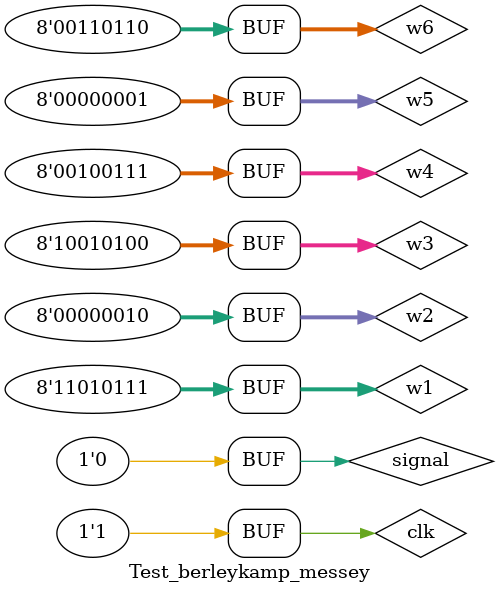
<source format=v>

module Test_berleykamp_messey;

	// Inputs
	reg clk;
	reg signal;
	reg [7:0] w1;
	reg [7:0] w2;
	reg [7:0] w3;
	reg [7:0] w4;
	reg [7:0] w5;
	reg [7:0] w6;

	// Outputs
	wire ready;
	wire [7:0] s0;
	wire [7:0] s1;
	wire [7:0] s2;
	wire [7:0] s3;
//    wire [7:0] dlt;
//    wire [7:0] dlt1;
//    wire [7:0] dlt2;
//    wire [7:0] dlt3;
    
	// Instantiate the Unit Under Test (UUT)
	berleykamp_messey uut (
		.clock(clk), 
		.signal(signal), 
		.S1(w1), 
		.S2(w2), 
		.S3(w3), 
		.S4(w4), 
		.S5(w5), 
		.S6(w6), 
		.ready(ready), 
		.s0(s0), 
		.s1(s1), 
		.s2(s2), 
		.s3(s3)
//		.dlt(dlt),
//		.dlt1(dlt1),
//		.dlt2(dlt2),
//		.dlt3(dlt)
	);

	initial begin
		// Initialize Inputs
		clk = 1;
		signal = 0;
        #10;
		clk = ~clk;
		#10;
		clk = ~clk;
		
		signal = 1;
		w1 = 215;
		w2 = 2;
		w3 = 148;
		w4 = 39;
		w5 = 1;
		w6 = 54;
		
		#10;
		clk = ~clk;
		#10;
		clk = ~clk;
		signal = 0;	
		
		repeat(30)
		begin
		#10;
		clk = ~clk;
		end
		signal = 1;
		w1 = 48;
		w2 = 105;
		w3 = 235;
		w4 = 248;
		w5 = 183;
		w6 = 239;
		
		#10
		clk = ~clk;
		#10
		clk = ~clk;

		signal = 0;
		repeat(30)
		begin
		#10
		clk=~clk;
		end

		signal = 1;
		w1 = 5;
		w2 = 3;
		w3 = 15;
		w4 = 23;
		w5 = 39;
		w6 = 71;
		
		#10
		clk = ~clk;
		#10
		clk = ~clk;
		signal = 0;
		
		repeat(30)
		begin
		#10
		clk=~clk;
		end
		
		signal = 1;
		w1 = 124;
		w2 = 14;
		w3 = 3;
		w6 = 15;
		
		#10
		clk = ~clk;
		#10
		clk = ~clk;
		signal = 0;
		
		repeat(30)
		begin
		#10
		clk=~clk;
		end
		
		signal = 1;
		w1 = 200;
		w3 = 1;
		w4 = 15;
		w5 = 132;

		#10
		clk = ~clk;
		#10
		clk = ~clk;
		signal = 0;
		
		repeat(30)
		begin
		#10;
		clk = ~clk;
		end
		
		signal = 1;
		w1 = 215;
		w2 = 2;
		w3 = 148;
		w4 = 39;
		w5 = 1;
		w6 = 54;

		#10
		clk = ~clk;
		#10
		clk = ~clk;
		signal = 0;
		
		repeat(30)
		begin
		#10;
		clk = ~clk;
		end
        
		// Add stimulus here

	end
      
endmodule



</source>
